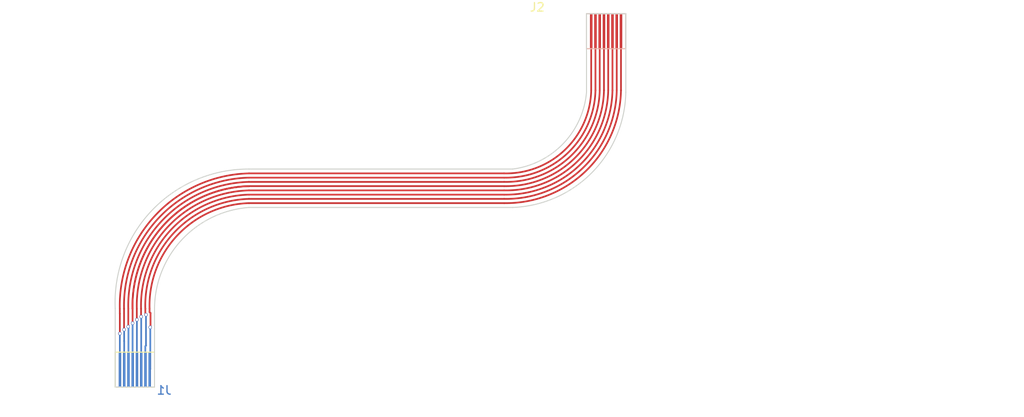
<source format=kicad_pcb>
(kicad_pcb (version 20211014) (generator pcbnew)
  (layers (0 "F.Cu" signal) (31 "B.Cu" signal) (34 "B.Paste" user) (35 "F.Paste" user) (36 "B.SilkS" user "B.Silkscreen") (37 "F.SilkS" user "F.Silkscreen") (38 "B.Mask" user) (39 "F.Mask" user) (44 "Edge.Cuts" user))
  (net 0 "")
  (net 1 "8")
  (net 2 "7")
  (net 3 "6")
  (net 4 "5")
  (net 5 "4")
  (net 6 "3")
  (net 7 "2")
  (net 8 "1")
  (footprint "STS_connector:flexpcb con." (layer "F.Cu") (at 165.73 72.64)
    (fp_text reference "J2" (at -5.837 -4.822 unlocked) (layer "F.SilkS"))
    (fp_text value "Conn_01x08_Male")
    (fp_rect (start -0.06 0.06) (end 4.56 -4.06) (layer "B.SilkS") (width 0.12) (fill none))
    (pad "1" smd rect (at 0.5 -2) (size 0.3 4) (layers "F.Cu" "F.Paste" "F.Mask") (net 8 "1"))
    (pad "2" smd rect (at 1 -2) (size 0.3 4) (layers "F.Cu" "F.Paste" "F.Mask") (net 7 "2"))
    (pad "3" smd rect (at 1.5 -2) (size 0.3 4) (layers "F.Cu" "F.Paste" "F.Mask") (net 6 "3"))
    (pad "4" smd rect (at 2 -2) (size 0.3 4) (layers "F.Cu" "F.Paste" "F.Mask") (net 5 "4"))
    (pad "5" smd rect (at 2.5 -2) (size 0.3 4) (layers "F.Cu" "F.Paste" "F.Mask") (net 4 "5"))
    (pad "6" smd rect (at 3 -2) (size 0.3 4) (layers "F.Cu" "F.Paste" "F.Mask") (net 3 "6"))
    (pad "7" smd rect (at 3.5 -2) (size 0.3 4) (layers "F.Cu" "F.Paste" "F.Mask") (net 2 "7"))
    (pad "8" smd rect (at 4 -2) (size 0.3 4) (layers "F.Cu" "F.Paste" "F.Mask") (net 1 "8"))
  )
  (footprint "STS_solder:cutout flexpcb" (layer "F.Cu") (at 110.3376 112.522)
    (fp_text reference "REF**" hide)
    (fp_text value "cutout flexpcb")
    (fp_line (start -0.06 0) (end -0.06 -9.26) (layer "Edge.Cuts") (width 0.12))
    (fp_line (start 4.56 0) (end 4.56 -9.26) (layer "Edge.Cuts") (width 0.12))
    (fp_line (start 55.34 -34.68) (end 55.34 -43.94) (layer "Edge.Cuts") (width 0.12))
    (fp_line (start 59.96 -43.94) (end 55.34 -43.94) (layer "Edge.Cuts") (width 0.12))
    (fp_line (start 59.96 -43.94) (end 59.96 -34.68) (layer "Edge.Cuts") (width 0.12))
    (fp_line (start -0.06 0) (end 4.56 0) (layer "Edge.Cuts") (width 0.12))
  )
  (footprint "STS_connector:flexpcb con." (layer "B.Cu") (at 114.834 112.4758 180)
    (fp_text reference "J1" (at -1.1966 -0.4246 unlocked) (layer "B.Cu") (effects (justify mirror)))
    (fp_text value "Conn_01x08_Male")
    (fp_rect (start -0.06 -0.06) (end 4.56 4.06) (layer "F.SilkS") (width 0.12) (fill none))
    (pad "1" smd rect (at 0.5 2 180) (size 0.3 4) (layers "B.Cu" "B.Paste" "B.Mask") (net 1 "8"))
    (pad "2" smd rect (at 1 2 180) (size 0.3 4) (layers "B.Cu" "B.Paste" "B.Mask") (net 2 "7"))
    (pad "3" smd rect (at 1.5 2 180) (size 0.3 4) (layers "B.Cu" "B.Paste" "B.Mask") (net 3 "6"))
    (pad "4" smd rect (at 2 2 180) (size 0.3 4) (layers "B.Cu" "B.Paste" "B.Mask") (net 4 "5"))
    (pad "5" smd rect (at 2.5 2 180) (size 0.3 4) (layers "B.Cu" "B.Paste" "B.Mask") (net 5 "4"))
    (pad "6" smd rect (at 3 2 180) (size 0.3 4) (layers "B.Cu" "B.Paste" "B.Mask") (net 6 "3"))
    (pad "7" smd rect (at 3.5 2 180) (size 0.3 4) (layers "B.Cu" "B.Paste" "B.Mask") (net 7 "2"))
    (pad "8" smd rect (at 4 2 180) (size 0.3 4) (layers "B.Cu" "B.Paste" "B.Mask") (net 8 "1"))
  )
  (gr_line (start 126 91.386) (end 157 91.386) (layer "Edge.Cuts") (width 0.12))
  (gr_arc (start 170.2976 77.842) (mid 166.341683 87.257893) (end 157 91.386) (layer "Edge.Cuts") (width 0.12))
  (gr_arc (start 110.2776 103.262) (mid 114.628009 91.697444) (end 126 86.866) (layer "Edge.Cuts") (width 0.12))
  (gr_line (start 126 86.866) (end 157 86.866) (layer "Edge.Cuts") (width 0.12))
  (gr_arc (start 165.6776 77.842) (mid 162.929877 83.884001) (end 157 86.866) (layer "Edge.Cuts") (width 0.12))
  (gr_arc (start 114.8976 103.262) (mid 118.133228 95.159264) (end 126 91.386) (layer "Edge.Cuts") (width 0.12))
  (segment (start 114.315 103.3) (end 114.315 103.6978) (width 0.2) (layer "F.Cu") (net 1))
  (segment (start 126 90.876) (end 156 90.876) (width 0.2) (layer "F.Cu") (net 1))
  (segment (start 114.427 105.4608) (end 114.4016 105.4862) (width 0.2) (layer "F.Cu") (net 1))
  (segment (start 114.315 103.6978) (end 114.427 103.8098) (width 0.2) (layer "F.Cu") (net 1))
  (segment (start 114.427 103.8098) (end 114.427 105.4608) (width 0.2) (layer "F.Cu") (net 1))
  (segment (start 169.73 77.6) (end 169.73 70.64) (width 0.2) (layer "F.Cu") (net 1))
  (via (at 114.4016 105.4862) (size 0.4) (drill 0.3) (layers "F.Cu" "B.Cu") (net 1))
  (arc (start 169.73 77.6) (mid 165.61455 87.081577) (end 156 90.876) (width 0.2) (layer "F.Cu") (net 1))
  (arc (start 114.315 103.3) (mid 117.584405 94.667957) (end 126 90.876) (width 0.2) (layer "F.Cu") (net 1))
  (segment (start 114.4016 110.4082) (end 114.334 110.4758) (width 0.2) (layer "B.Cu") (net 1))
  (segment (start 114.4016 105.4862) (end 114.4016 110.4082) (width 0.2) (layer "B.Cu") (net 1))
  (segment (start 113.8174 103.9368) (end 113.8936 104.013) (width 0.2) (layer "F.Cu") (net 2))
  (segment (start 156 90.376) (end 126 90.375) (width 0.2) (layer "F.Cu") (net 2))
  (segment (start 113.815 103.3) (end 113.8174 103.3024) (width 0.2) (layer "F.Cu") (net 2))
  (segment (start 169.23 70.64) (end 169.23 77.6) (width 0.2) (layer "F.Cu") (net 2))
  (segment (start 113.8174 103.3024) (end 113.8174 103.9368) (width 0.2) (layer "F.Cu") (net 2))
  (via (at 113.8936 104.013) (size 0.4) (drill 0.3) (layers "F.Cu" "B.Cu") (net 2))
  (arc (start 113.815 103.3) (mid 117.230852 94.314404) (end 126 90.376) (width 0.2) (layer "F.Cu") (net 2))
  (arc (start 169.23 77.6) (mid 165.260997 86.728023) (end 156 90.376) (width 0.2) (layer "F.Cu") (net 2))
  (segment (start 113.8174 107.7214) (end 113.8174 110.4592) (width 0.2) (layer "B.Cu") (net 2))
  (segment (start 113.8936 107.6452) (end 113.8174 107.7214) (width 0.2) (layer "B.Cu") (net 2))
  (segment (start 113.8936 104.013) (end 113.8936 107.6452) (width 0.2) (layer "B.Cu") (net 2))
  (segment (start 113.8174 110.4592) (end 113.834 110.4758) (width 0.2) (layer "B.Cu") (net 2))
  (segment (start 156 89.876) (end 126 89.876) (width 0.2) (layer "F.Cu") (net 3))
  (segment (start 168.73 70.64) (end 168.73 77.6) (width 0.2) (layer "F.Cu") (net 3))
  (segment (start 113.315 104.2218) (end 113.3348 104.2416) (width 0.2) (layer "F.Cu") (net 3))
  (segment (start 113.315 103.3) (end 113.315 104.2218) (width 0.2) (layer "F.Cu") (net 3))
  (via (at 113.3348 104.2416) (size 0.4) (drill 0.3) (layers "F.Cu" "B.Cu") (net 3))
  (arc (start 113.315 103.3) (mid 116.877299 93.96085) (end 126 89.876) (width 0.2) (layer "F.Cu") (net 3))
  (arc (start 168.73 77.6) (mid 164.907443 86.374469) (end 156 89.876) (width 0.2) (layer "F.Cu") (net 3))
  (segment (start 113.3348 110.475) (end 113.334 110.4758) (width 0.2) (layer "B.Cu") (net 3))
  (segment (start 113.3348 104.2416) (end 113.3348 110.475) (width 0.2) (layer "B.Cu") (net 3))
  (segment (start 168.23 77.6) (end 168.23 70) (width 0.2) (layer "F.Cu") (net 4))
  (segment (start 126 89.376) (end 156 89.376) (width 0.2) (layer "F.Cu") (net 4))
  (segment (start 112.815 103.3) (end 112.815 104.5854) (width 0.2) (layer "F.Cu") (net 4))
  (segment (start 112.815 104.5854) (end 112.8268 104.5972) (width 0.2) (layer "F.Cu") (net 4))
  (via (at 112.8268 104.5972) (size 0.4) (drill 0.3) (layers "F.Cu" "B.Cu") (net 4))
  (arc (start 168.23 77.6) (mid 164.55389 86.020917) (end 156 89.376) (width 0.2) (layer "F.Cu") (net 4))
  (arc (start 112.815 103.3) (mid 116.523745 93.607297) (end 126 89.376) (width 0.2) (layer "F.Cu") (net 4))
  (segment (start 112.8268 110.4686) (end 112.834 110.4758) (width 0.2) (layer "B.Cu") (net 4))
  (segment (start 112.8268 104.5972) (end 112.8268 110.4686) (width 0.2) (layer "B.Cu") (net 4))
  (segment (start 112.315 103.3) (end 112.3188 103.3038) (width 0.2) (layer "F.Cu") (net 5))
  (segment (start 112.3188 103.3038) (end 112.3188 105.0036) (width 0.2) (layer "F.Cu") (net 5))
  (segment (start 167.73 77.6) (end 167.73 70) (width 0.2) (layer "F.Cu") (net 5))
  (segment (start 126 88.876) (end 156 88.876) (width 0.2) (layer "F.Cu") (net 5))
  (via (at 112.3188 105.0036) (size 0.4) (drill 0.3) (layers "F.Cu" "B.Cu") (net 5))
  (arc (start 112.315 103.3) (mid 116.170192 93.253744) (end 126 88.876) (width 0.2) (layer "F.Cu") (net 5))
  (arc (start 112.315 103.3) (mid 116.170192 93.253744) (end 126 88.876) (width 0.2) (layer "F.Cu") (net 5))
  (arc (start 167.73 77.6) (mid 164.200336 85.667363) (end 156 88.876) (width 0.2) (layer "F.Cu") (net 5))
  (segment (start 112.3188 110.4606) (end 112.334 110.4758) (width 0.2) (layer "B.Cu") (net 5))
  (segment (start 112.3188 105.0036) (end 112.3188 110.4606) (width 0.2) (layer "B.Cu") (net 5))
  (segment (start 111.815 103.3) (end 111.815 105.4142) (width 0.2) (layer "F.Cu") (net 6))
  (segment (start 156 88.376) (end 126 88.376) (width 0.2) (layer "F.Cu") (net 6))
  (segment (start 167.23 70) (end 167.23 77.6) (width 0.2) (layer "F.Cu") (net 6))
  (via (at 111.815 105.4142) (size 0.4) (drill 0.3) (layers "F.Cu" "B.Cu") (net 6))
  (arc (start 167.23 77.6) (mid 163.846783 85.313809) (end 156 88.376) (width 0.2) (layer "F.Cu") (net 6))
  (arc (start 111.815 103.3) (mid 115.816638 92.90019) (end 126 88.376) (width 0.2) (layer "F.Cu") (net 6))
  (segment (start 111.834 110.4758) (end 111.834 105.4332) (width 0.2) (layer "B.Cu") (net 6))
  (segment (start 111.834 105.4332) (end 111.815 105.4142) (width 0.2) (layer "B.Cu") (net 6))
  (segment (start 111.3272 105.7656) (end 111.3282 105.7656) (width 0.2) (layer "F.Cu") (net 7))
  (segment (start 166.73 77.6) (end 166.73 70) (width 0.2) (layer "F.Cu") (net 7))
  (segment (start 111.315 105.7778) (end 111.3272 105.7656) (width 0.2) (layer "F.Cu") (net 7))
  (segment (start 126 87.876) (end 156 87.876) (width 0.2) (layer "F.Cu") (net 7))
  (segment (start 111.315 103.3) (end 111.315 105.7778) (width 0.2) (layer "F.Cu") (net 7))
  (via (at 111.3282 105.7656) (size 0.4) (drill 0.3) (layers "F.Cu" "B.Cu") (net 7))
  (arc (start 166.73 77.6) (mid 163.493229 84.960256) (end 156 87.876) (width 0.2) (layer "F.Cu") (net 7))
  (arc (start 111.315 103.3) (mid 115.463085 92.546637) (end 126 87.876) (width 0.2) (layer "F.Cu") (net 7))
  (segment (start 111.334 107.1176) (end 111.334 110.4758) (width 0.2) (layer "B.Cu") (net 7))
  (segment (start 111.3282 105.7656) (end 111.3282 107.1118) (width 0.2) (layer "B.Cu") (net 7))
  (segment (start 111.3282 107.1118) (end 111.334 107.1176) (width 0.2) (layer "B.Cu") (net 7))
  (segment (start 166.23 70) (end 166.23 77.6) (width 0.2) (layer "F.Cu") (net 8))
  (segment (start 110.815 103.8808) (end 110.8202 103.886) (width 0.2) (layer "F.Cu") (net 8))
  (segment (start 110.8202 103.886) (end 110.8202 106.0958) (width 0.2) (layer "F.Cu") (net 8))
  (segment (start 110.815 103.3) (end 110.815 103.8808) (width 0.2) (layer "F.Cu") (net 8))
  (segment (start 110.8202 106.0958) (end 110.8202 106.2228) (width 0.2) (layer "F.Cu") (net 8))
  (segment (start 126 87.376) (end 156 87.376) (width 0.2) (layer "F.Cu") (net 8))
  (via (at 110.8202 106.2228) (size 0.4) (drill 0.3) (layers "F.Cu" "B.Cu") (net 8))
  (arc (start 166.23 77.6) (mid 163.139676 84.606702) (end 156 87.376) (width 0.2) (layer "F.Cu") (net 8))
  (arc (start 110.815 103.3) (mid 115.109532 92.193084) (end 126 87.376) (width 0.2) (layer "F.Cu") (net 8))
  (segment (start 110.8202 110.462) (end 110.834 110.4758) (width 0.2) (layer "B.Cu") (net 8))
  (segment (start 110.8202 106.2228) (end 110.8202 110.462) (width 0.2) (layer "B.Cu") (net 8))
)
</source>
